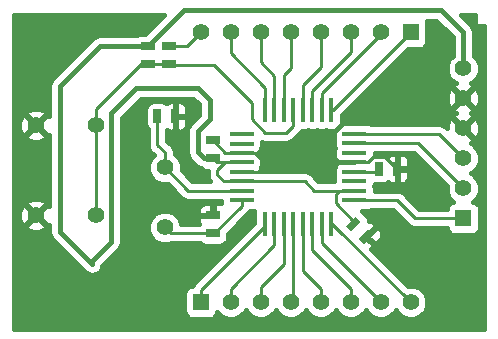
<source format=gtl>
G04 (created by PCBNEW (2013-07-07 BZR 4022)-stable) date 26/08/2014 20:14:04*
%MOIN*%
G04 Gerber Fmt 3.4, Leading zero omitted, Abs format*
%FSLAX34Y34*%
G01*
G70*
G90*
G04 APERTURE LIST*
%ADD10C,0.00590551*%
%ADD11R,0.0787X0.0177*%
%ADD12R,0.0177X0.0787*%
%ADD13R,0.045X0.025*%
%ADD14R,0.025X0.045*%
%ADD15R,0.055X0.055*%
%ADD16C,0.055*%
%ADD17C,0.056*%
%ADD18C,0.01*%
%ADD19C,0.015748*%
G04 APERTURE END LIST*
G54D10*
G54D11*
X24854Y-20193D03*
X24854Y-19878D03*
X24854Y-19563D03*
X24854Y-19248D03*
X24854Y-18933D03*
X24854Y-18618D03*
X24854Y-18303D03*
X24854Y-17988D03*
X28620Y-17990D03*
X28620Y-20200D03*
X28620Y-19880D03*
X28620Y-19560D03*
X28620Y-19250D03*
X28620Y-18930D03*
X28620Y-18620D03*
X28620Y-18300D03*
G54D12*
X25638Y-17200D03*
X25952Y-17200D03*
X26268Y-17200D03*
X26582Y-17200D03*
X26898Y-17200D03*
X27212Y-17200D03*
X27528Y-17200D03*
X27842Y-17200D03*
X25640Y-20980D03*
X25950Y-20980D03*
X26270Y-20980D03*
X26580Y-20980D03*
X26890Y-20980D03*
X27210Y-20980D03*
X27530Y-20980D03*
X27850Y-20980D03*
G54D10*
G36*
X28340Y-21058D02*
X28658Y-20740D01*
X28835Y-20917D01*
X28517Y-21235D01*
X28340Y-21058D01*
X28340Y-21058D01*
G37*
G36*
X28764Y-21482D02*
X29082Y-21164D01*
X29259Y-21341D01*
X28941Y-21659D01*
X28764Y-21482D01*
X28764Y-21482D01*
G37*
G54D13*
X23900Y-18800D03*
X23900Y-18200D03*
X23900Y-21300D03*
X23900Y-20700D03*
G54D14*
X22050Y-17400D03*
X22650Y-17400D03*
G54D15*
X32250Y-20800D03*
G54D16*
X32250Y-19800D03*
X32250Y-18800D03*
X32250Y-17800D03*
X32250Y-16800D03*
X32250Y-15800D03*
G54D17*
X22300Y-19100D03*
X22300Y-21100D03*
G54D14*
X30050Y-19150D03*
X29450Y-19150D03*
G54D15*
X23500Y-23600D03*
G54D16*
X24500Y-23600D03*
X25500Y-23600D03*
X26500Y-23600D03*
X27500Y-23600D03*
X28500Y-23600D03*
X29500Y-23600D03*
X30500Y-23600D03*
G54D15*
X30500Y-14600D03*
G54D16*
X29500Y-14600D03*
X28500Y-14600D03*
X27500Y-14600D03*
X26500Y-14600D03*
X25500Y-14600D03*
X24500Y-14600D03*
X23500Y-14600D03*
G54D13*
X22450Y-15050D03*
X22450Y-15650D03*
X21750Y-15050D03*
X21750Y-15650D03*
G54D16*
X18000Y-17700D03*
X20000Y-17700D03*
X18000Y-20700D03*
X20000Y-20700D03*
G54D18*
X28620Y-18300D02*
X30750Y-18300D01*
X30750Y-18300D02*
X32250Y-19800D01*
X28620Y-17990D02*
X31440Y-17990D01*
X31440Y-17990D02*
X32250Y-18800D01*
X27842Y-17200D02*
X27900Y-17200D01*
X27900Y-17200D02*
X30500Y-14600D01*
X27528Y-17200D02*
X27528Y-16628D01*
X29500Y-14656D02*
X29500Y-14600D01*
X27528Y-16628D02*
X29500Y-14656D01*
X27212Y-17200D02*
X27212Y-16538D01*
X28500Y-15250D02*
X28500Y-14600D01*
X27212Y-16538D02*
X28500Y-15250D01*
X26898Y-17200D02*
X26898Y-16352D01*
X27500Y-15750D02*
X27500Y-14600D01*
X26898Y-16352D02*
X27500Y-15750D01*
X27210Y-20980D02*
X27210Y-21860D01*
X28500Y-23150D02*
X28500Y-23600D01*
X27210Y-21860D02*
X28500Y-23150D01*
X25638Y-17200D02*
X25638Y-16438D01*
X24500Y-15300D02*
X24500Y-14600D01*
X25638Y-16438D02*
X24500Y-15300D01*
X25640Y-20980D02*
X25640Y-21060D01*
X23500Y-23200D02*
X23500Y-23600D01*
X25640Y-21060D02*
X23500Y-23200D01*
X25950Y-20980D02*
X25950Y-21700D01*
X24500Y-23150D02*
X24500Y-23600D01*
X25950Y-21700D02*
X24500Y-23150D01*
X26270Y-20980D02*
X26270Y-22330D01*
X25500Y-23100D02*
X25500Y-23600D01*
X26270Y-22330D02*
X25500Y-23100D01*
X26580Y-20980D02*
X26580Y-23520D01*
X26580Y-23520D02*
X26500Y-23600D01*
X26890Y-20980D02*
X26890Y-22540D01*
X27500Y-23150D02*
X27500Y-23600D01*
X26890Y-22540D02*
X27500Y-23150D01*
X22450Y-15050D02*
X23050Y-15050D01*
X23050Y-15050D02*
X23500Y-14600D01*
X27850Y-20980D02*
X27880Y-20980D01*
X27880Y-20980D02*
X30500Y-23600D01*
X27530Y-20980D02*
X27530Y-21630D01*
X27530Y-21630D02*
X29500Y-23600D01*
X26268Y-17200D02*
X26268Y-16032D01*
X26500Y-15800D02*
X26500Y-14600D01*
X26268Y-16032D02*
X26500Y-15800D01*
X21750Y-15650D02*
X21500Y-15650D01*
X20000Y-17150D02*
X20000Y-17700D01*
X21500Y-15650D02*
X20000Y-17150D01*
X23950Y-15700D02*
X22500Y-15700D01*
X26582Y-17200D02*
X26582Y-17718D01*
X25200Y-16950D02*
X23950Y-15700D01*
X25200Y-17500D02*
X25200Y-16950D01*
X25650Y-17950D02*
X25200Y-17500D01*
X26350Y-17950D02*
X25650Y-17950D01*
X26582Y-17718D02*
X26350Y-17950D01*
X22500Y-15700D02*
X22450Y-15650D01*
X21750Y-15650D02*
X22450Y-15650D01*
X21800Y-15700D02*
X21750Y-15650D01*
X20000Y-20700D02*
X20000Y-17700D01*
X28620Y-20200D02*
X30050Y-20200D01*
X30650Y-20800D02*
X32250Y-20800D01*
X30050Y-20200D02*
X30650Y-20800D01*
X25504Y-14604D02*
X25500Y-14600D01*
X25952Y-17200D02*
X25952Y-16048D01*
X25952Y-16048D02*
X25504Y-15600D01*
X25504Y-15600D02*
X25504Y-14604D01*
G54D19*
X28620Y-18930D02*
X28080Y-18930D01*
X31800Y-17350D02*
X32250Y-17800D01*
X28500Y-17350D02*
X31800Y-17350D01*
X27900Y-17950D02*
X28500Y-17350D01*
X27900Y-18750D02*
X27900Y-17950D01*
X28080Y-18930D02*
X27900Y-18750D01*
G54D18*
X24854Y-18618D02*
X24318Y-18618D01*
X24318Y-18618D02*
X23900Y-18200D01*
X28620Y-18930D02*
X25680Y-18930D01*
X25368Y-18618D02*
X24854Y-18618D01*
X25680Y-18930D02*
X25368Y-18618D01*
X24854Y-19248D02*
X25448Y-19248D01*
X25448Y-19248D02*
X25550Y-19146D01*
X25550Y-19146D02*
X25550Y-18850D01*
X25550Y-18850D02*
X25318Y-18618D01*
X25318Y-18618D02*
X24854Y-18618D01*
X28620Y-18930D02*
X29070Y-18930D01*
X29650Y-18750D02*
X30050Y-19150D01*
X29250Y-18750D02*
X29650Y-18750D01*
X29070Y-18930D02*
X29250Y-18750D01*
X28620Y-19250D02*
X29350Y-19250D01*
X29350Y-19250D02*
X29450Y-19150D01*
X22300Y-19100D02*
X22300Y-18600D01*
X22050Y-18350D02*
X22050Y-17400D01*
X22300Y-18600D02*
X22050Y-18350D01*
X24854Y-19878D02*
X23078Y-19878D01*
X23078Y-19878D02*
X22300Y-19100D01*
X23900Y-21300D02*
X22500Y-21300D01*
X22500Y-21300D02*
X22300Y-21100D01*
X24854Y-20193D02*
X24854Y-20396D01*
X23950Y-21300D02*
X23900Y-21300D01*
X24854Y-20396D02*
X23950Y-21300D01*
G54D19*
X32250Y-15800D02*
X32250Y-14600D01*
X22950Y-13850D02*
X21750Y-15050D01*
X31500Y-13850D02*
X22950Y-13850D01*
X32250Y-14600D02*
X31500Y-13850D01*
X19875Y-22325D02*
X19875Y-22225D01*
X20150Y-15050D02*
X20100Y-15100D01*
X18800Y-16400D02*
X20100Y-15100D01*
X18800Y-21250D02*
X18800Y-16400D01*
X19875Y-22325D02*
X18800Y-21250D01*
X21750Y-15050D02*
X20150Y-15050D01*
X19875Y-22225D02*
X20500Y-21600D01*
X20500Y-21600D02*
X20500Y-17300D01*
X20500Y-17300D02*
X21350Y-16450D01*
X21350Y-16450D02*
X23400Y-16450D01*
X23400Y-16450D02*
X23800Y-16850D01*
X23800Y-16850D02*
X23800Y-17500D01*
X23800Y-17500D02*
X23400Y-17900D01*
X23400Y-17900D02*
X23400Y-18600D01*
X23400Y-18600D02*
X23600Y-18800D01*
X23600Y-18800D02*
X23900Y-18800D01*
G54D18*
X24854Y-18933D02*
X24033Y-18933D01*
X24033Y-18933D02*
X23900Y-18800D01*
X24854Y-19563D02*
X24263Y-19563D01*
X24263Y-19563D02*
X24050Y-19350D01*
X24050Y-19350D02*
X24050Y-19200D01*
X24317Y-18933D02*
X24854Y-18933D01*
X24050Y-19200D02*
X24317Y-18933D01*
X28620Y-19880D02*
X27280Y-19880D01*
X26963Y-19563D02*
X24854Y-19563D01*
X27280Y-19880D02*
X26963Y-19563D01*
X28587Y-20987D02*
X28587Y-20887D01*
X28120Y-19880D02*
X28620Y-19880D01*
X28000Y-20000D02*
X28120Y-19880D01*
X28000Y-20300D02*
X28000Y-20000D01*
X28587Y-20887D02*
X28000Y-20300D01*
G54D10*
G36*
X23929Y-18221D02*
X23921Y-18221D01*
X23921Y-18229D01*
X23878Y-18229D01*
X23878Y-18221D01*
X23870Y-18221D01*
X23870Y-18178D01*
X23878Y-18178D01*
X23878Y-18170D01*
X23921Y-18170D01*
X23921Y-18178D01*
X23929Y-18178D01*
X23929Y-18221D01*
X23929Y-18221D01*
G37*
G54D19*
X23929Y-18221D02*
X23921Y-18221D01*
X23921Y-18229D01*
X23878Y-18229D01*
X23878Y-18221D01*
X23870Y-18221D01*
X23870Y-18178D01*
X23878Y-18178D01*
X23878Y-18170D01*
X23921Y-18170D01*
X23921Y-18178D01*
X23929Y-18178D01*
X23929Y-18221D01*
G54D10*
G36*
X28058Y-18935D02*
X28042Y-18951D01*
X28017Y-18951D01*
X27947Y-19020D01*
X27947Y-19074D01*
X27954Y-19090D01*
X27947Y-19105D01*
X27947Y-19216D01*
X27947Y-19393D01*
X27952Y-19404D01*
X27947Y-19415D01*
X27947Y-19526D01*
X27947Y-19551D01*
X27416Y-19551D01*
X27195Y-19330D01*
X27088Y-19259D01*
X26963Y-19234D01*
X25526Y-19234D01*
X25526Y-19226D01*
X25456Y-19226D01*
X25526Y-19157D01*
X25526Y-19103D01*
X25520Y-19090D01*
X25526Y-19077D01*
X25526Y-18966D01*
X25526Y-18789D01*
X25520Y-18775D01*
X25526Y-18762D01*
X25526Y-18708D01*
X25456Y-18639D01*
X25436Y-18639D01*
X25415Y-18617D01*
X25436Y-18596D01*
X25456Y-18596D01*
X25526Y-18527D01*
X25526Y-18473D01*
X25520Y-18460D01*
X25526Y-18447D01*
X25526Y-18336D01*
X25526Y-18254D01*
X25650Y-18278D01*
X26350Y-18278D01*
X26475Y-18253D01*
X26475Y-18253D01*
X26582Y-18182D01*
X26814Y-17950D01*
X26814Y-17950D01*
X26866Y-17872D01*
X27041Y-17872D01*
X27054Y-17866D01*
X27067Y-17872D01*
X27178Y-17872D01*
X27355Y-17872D01*
X27369Y-17866D01*
X27383Y-17872D01*
X27494Y-17872D01*
X27671Y-17872D01*
X27684Y-17866D01*
X27697Y-17872D01*
X27808Y-17872D01*
X27947Y-17872D01*
X27947Y-17956D01*
X27947Y-18133D01*
X27952Y-18144D01*
X27947Y-18155D01*
X27947Y-18266D01*
X27947Y-18443D01*
X27954Y-18459D01*
X27947Y-18475D01*
X27947Y-18586D01*
X27947Y-18763D01*
X27952Y-18774D01*
X27947Y-18785D01*
X27947Y-18839D01*
X28017Y-18908D01*
X28032Y-18908D01*
X28058Y-18935D01*
X28058Y-18935D01*
G37*
G54D19*
X28058Y-18935D02*
X28042Y-18951D01*
X28017Y-18951D01*
X27947Y-19020D01*
X27947Y-19074D01*
X27954Y-19090D01*
X27947Y-19105D01*
X27947Y-19216D01*
X27947Y-19393D01*
X27952Y-19404D01*
X27947Y-19415D01*
X27947Y-19526D01*
X27947Y-19551D01*
X27416Y-19551D01*
X27195Y-19330D01*
X27088Y-19259D01*
X26963Y-19234D01*
X25526Y-19234D01*
X25526Y-19226D01*
X25456Y-19226D01*
X25526Y-19157D01*
X25526Y-19103D01*
X25520Y-19090D01*
X25526Y-19077D01*
X25526Y-18966D01*
X25526Y-18789D01*
X25520Y-18775D01*
X25526Y-18762D01*
X25526Y-18708D01*
X25456Y-18639D01*
X25436Y-18639D01*
X25415Y-18617D01*
X25436Y-18596D01*
X25456Y-18596D01*
X25526Y-18527D01*
X25526Y-18473D01*
X25520Y-18460D01*
X25526Y-18447D01*
X25526Y-18336D01*
X25526Y-18254D01*
X25650Y-18278D01*
X26350Y-18278D01*
X26475Y-18253D01*
X26475Y-18253D01*
X26582Y-18182D01*
X26814Y-17950D01*
X26814Y-17950D01*
X26866Y-17872D01*
X27041Y-17872D01*
X27054Y-17866D01*
X27067Y-17872D01*
X27178Y-17872D01*
X27355Y-17872D01*
X27369Y-17866D01*
X27383Y-17872D01*
X27494Y-17872D01*
X27671Y-17872D01*
X27684Y-17866D01*
X27697Y-17872D01*
X27808Y-17872D01*
X27947Y-17872D01*
X27947Y-17956D01*
X27947Y-18133D01*
X27952Y-18144D01*
X27947Y-18155D01*
X27947Y-18266D01*
X27947Y-18443D01*
X27954Y-18459D01*
X27947Y-18475D01*
X27947Y-18586D01*
X27947Y-18763D01*
X27952Y-18774D01*
X27947Y-18785D01*
X27947Y-18839D01*
X28017Y-18908D01*
X28032Y-18908D01*
X28058Y-18935D01*
G54D10*
G36*
X31914Y-20248D02*
X31817Y-20288D01*
X31738Y-20366D01*
X31696Y-20469D01*
X31696Y-20471D01*
X30786Y-20471D01*
X30453Y-20138D01*
X30453Y-19319D01*
X30453Y-18980D01*
X30453Y-18869D01*
X30411Y-18766D01*
X30332Y-18688D01*
X30230Y-18646D01*
X30140Y-18646D01*
X30071Y-18715D01*
X30071Y-19128D01*
X30384Y-19128D01*
X30453Y-19059D01*
X30453Y-18980D01*
X30453Y-19319D01*
X30453Y-19240D01*
X30384Y-19171D01*
X30071Y-19171D01*
X30071Y-19584D01*
X30140Y-19653D01*
X30230Y-19653D01*
X30332Y-19611D01*
X30411Y-19533D01*
X30453Y-19430D01*
X30453Y-19319D01*
X30453Y-20138D01*
X30282Y-19967D01*
X30175Y-19896D01*
X30050Y-19871D01*
X29292Y-19871D01*
X29292Y-19736D01*
X29285Y-19720D01*
X29292Y-19704D01*
X29292Y-19653D01*
X29380Y-19653D01*
X29630Y-19653D01*
X29732Y-19611D01*
X29750Y-19594D01*
X29767Y-19611D01*
X29869Y-19653D01*
X29959Y-19653D01*
X30028Y-19584D01*
X30028Y-19171D01*
X30020Y-19171D01*
X30020Y-19128D01*
X30028Y-19128D01*
X30028Y-18715D01*
X29959Y-18646D01*
X29869Y-18646D01*
X29767Y-18688D01*
X29750Y-18705D01*
X29733Y-18688D01*
X29630Y-18646D01*
X29519Y-18646D01*
X29292Y-18646D01*
X29292Y-18628D01*
X30613Y-18628D01*
X31696Y-19711D01*
X31696Y-19909D01*
X31780Y-20113D01*
X31914Y-20248D01*
X31914Y-20248D01*
G37*
G54D19*
X31914Y-20248D02*
X31817Y-20288D01*
X31738Y-20366D01*
X31696Y-20469D01*
X31696Y-20471D01*
X30786Y-20471D01*
X30453Y-20138D01*
X30453Y-19319D01*
X30453Y-18980D01*
X30453Y-18869D01*
X30411Y-18766D01*
X30332Y-18688D01*
X30230Y-18646D01*
X30140Y-18646D01*
X30071Y-18715D01*
X30071Y-19128D01*
X30384Y-19128D01*
X30453Y-19059D01*
X30453Y-18980D01*
X30453Y-19319D01*
X30453Y-19240D01*
X30384Y-19171D01*
X30071Y-19171D01*
X30071Y-19584D01*
X30140Y-19653D01*
X30230Y-19653D01*
X30332Y-19611D01*
X30411Y-19533D01*
X30453Y-19430D01*
X30453Y-19319D01*
X30453Y-20138D01*
X30282Y-19967D01*
X30175Y-19896D01*
X30050Y-19871D01*
X29292Y-19871D01*
X29292Y-19736D01*
X29285Y-19720D01*
X29292Y-19704D01*
X29292Y-19653D01*
X29380Y-19653D01*
X29630Y-19653D01*
X29732Y-19611D01*
X29750Y-19594D01*
X29767Y-19611D01*
X29869Y-19653D01*
X29959Y-19653D01*
X30028Y-19584D01*
X30028Y-19171D01*
X30020Y-19171D01*
X30020Y-19128D01*
X30028Y-19128D01*
X30028Y-18715D01*
X29959Y-18646D01*
X29869Y-18646D01*
X29767Y-18688D01*
X29750Y-18705D01*
X29733Y-18688D01*
X29630Y-18646D01*
X29519Y-18646D01*
X29292Y-18646D01*
X29292Y-18628D01*
X30613Y-18628D01*
X31696Y-19711D01*
X31696Y-19909D01*
X31780Y-20113D01*
X31914Y-20248D01*
G54D10*
G36*
X32921Y-24471D02*
X32803Y-24471D01*
X32803Y-17690D01*
X32803Y-16690D01*
X32719Y-16487D01*
X32718Y-16485D01*
X32614Y-16465D01*
X32280Y-16800D01*
X32614Y-17134D01*
X32718Y-17114D01*
X32803Y-16911D01*
X32803Y-16690D01*
X32803Y-17690D01*
X32719Y-17487D01*
X32718Y-17485D01*
X32614Y-17465D01*
X32584Y-17495D01*
X32584Y-17435D01*
X32564Y-17331D01*
X32489Y-17300D01*
X32562Y-17269D01*
X32564Y-17268D01*
X32584Y-17164D01*
X32250Y-16830D01*
X32219Y-16860D01*
X32219Y-16800D01*
X31885Y-16465D01*
X31781Y-16485D01*
X31696Y-16688D01*
X31696Y-16909D01*
X31780Y-17112D01*
X31781Y-17114D01*
X31885Y-17134D01*
X32219Y-16800D01*
X32219Y-16860D01*
X31915Y-17164D01*
X31935Y-17268D01*
X32010Y-17299D01*
X31937Y-17330D01*
X31935Y-17331D01*
X31915Y-17435D01*
X32250Y-17769D01*
X32584Y-17435D01*
X32584Y-17495D01*
X32280Y-17800D01*
X32614Y-18134D01*
X32718Y-18114D01*
X32803Y-17911D01*
X32803Y-17690D01*
X32803Y-24471D01*
X18334Y-24471D01*
X18334Y-21064D01*
X18000Y-20730D01*
X17969Y-20760D01*
X17969Y-20700D01*
X17635Y-20365D01*
X17531Y-20385D01*
X17446Y-20588D01*
X17446Y-20809D01*
X17530Y-21012D01*
X17531Y-21014D01*
X17635Y-21034D01*
X17969Y-20700D01*
X17969Y-20760D01*
X17665Y-21064D01*
X17685Y-21168D01*
X17888Y-21253D01*
X18109Y-21253D01*
X18312Y-21169D01*
X18314Y-21168D01*
X18334Y-21064D01*
X18334Y-24471D01*
X17278Y-24471D01*
X17278Y-14028D01*
X22265Y-14028D01*
X21648Y-14646D01*
X21469Y-14646D01*
X21367Y-14688D01*
X21363Y-14692D01*
X20150Y-14692D01*
X20013Y-14719D01*
X19897Y-14797D01*
X19847Y-14847D01*
X18547Y-16147D01*
X18469Y-16263D01*
X18442Y-16400D01*
X18442Y-17380D01*
X18364Y-17365D01*
X18334Y-17395D01*
X18334Y-17335D01*
X18314Y-17231D01*
X18111Y-17146D01*
X17890Y-17146D01*
X17687Y-17230D01*
X17685Y-17231D01*
X17665Y-17335D01*
X18000Y-17669D01*
X18334Y-17335D01*
X18334Y-17395D01*
X18030Y-17700D01*
X18364Y-18034D01*
X18442Y-18019D01*
X18442Y-20380D01*
X18364Y-20365D01*
X18334Y-20395D01*
X18334Y-20335D01*
X18334Y-18064D01*
X18000Y-17730D01*
X17969Y-17760D01*
X17969Y-17700D01*
X17635Y-17365D01*
X17531Y-17385D01*
X17446Y-17588D01*
X17446Y-17809D01*
X17530Y-18012D01*
X17531Y-18014D01*
X17635Y-18034D01*
X17969Y-17700D01*
X17969Y-17760D01*
X17665Y-18064D01*
X17685Y-18168D01*
X17888Y-18253D01*
X18109Y-18253D01*
X18312Y-18169D01*
X18314Y-18168D01*
X18334Y-18064D01*
X18334Y-20335D01*
X18314Y-20231D01*
X18111Y-20146D01*
X17890Y-20146D01*
X17687Y-20230D01*
X17685Y-20231D01*
X17665Y-20335D01*
X18000Y-20669D01*
X18334Y-20335D01*
X18334Y-20395D01*
X18030Y-20700D01*
X18364Y-21034D01*
X18442Y-21019D01*
X18442Y-21250D01*
X18469Y-21386D01*
X18547Y-21502D01*
X19622Y-22577D01*
X19738Y-22655D01*
X19875Y-22682D01*
X20011Y-22655D01*
X20011Y-22655D01*
X20127Y-22577D01*
X20205Y-22461D01*
X20205Y-22461D01*
X20220Y-22385D01*
X20752Y-21852D01*
X20830Y-21736D01*
X20857Y-21600D01*
X20857Y-17448D01*
X21498Y-16807D01*
X23251Y-16807D01*
X23442Y-16998D01*
X23442Y-17351D01*
X23147Y-17647D01*
X23069Y-17763D01*
X23053Y-17843D01*
X23053Y-17569D01*
X23053Y-17230D01*
X23053Y-17119D01*
X23011Y-17016D01*
X22932Y-16938D01*
X22830Y-16896D01*
X22740Y-16896D01*
X22671Y-16965D01*
X22671Y-17378D01*
X22984Y-17378D01*
X23053Y-17309D01*
X23053Y-17230D01*
X23053Y-17569D01*
X23053Y-17490D01*
X22984Y-17421D01*
X22671Y-17421D01*
X22671Y-17834D01*
X22740Y-17903D01*
X22830Y-17903D01*
X22932Y-17861D01*
X23011Y-17783D01*
X23053Y-17680D01*
X23053Y-17569D01*
X23053Y-17843D01*
X23042Y-17900D01*
X23042Y-18600D01*
X23069Y-18736D01*
X23147Y-18852D01*
X23347Y-19052D01*
X23463Y-19130D01*
X23491Y-19135D01*
X23516Y-19161D01*
X23619Y-19203D01*
X23721Y-19203D01*
X23721Y-19350D01*
X23746Y-19475D01*
X23795Y-19549D01*
X23214Y-19549D01*
X22858Y-19193D01*
X22858Y-18989D01*
X22773Y-18783D01*
X22628Y-18638D01*
X22628Y-18600D01*
X22603Y-18474D01*
X22532Y-18367D01*
X22532Y-18367D01*
X22378Y-18213D01*
X22378Y-17866D01*
X22469Y-17903D01*
X22559Y-17903D01*
X22628Y-17834D01*
X22628Y-17421D01*
X22620Y-17421D01*
X22620Y-17378D01*
X22628Y-17378D01*
X22628Y-16965D01*
X22559Y-16896D01*
X22469Y-16896D01*
X22367Y-16938D01*
X22350Y-16955D01*
X22333Y-16938D01*
X22230Y-16896D01*
X22119Y-16896D01*
X21869Y-16896D01*
X21767Y-16938D01*
X21688Y-17016D01*
X21646Y-17119D01*
X21646Y-17230D01*
X21646Y-17680D01*
X21688Y-17782D01*
X21721Y-17815D01*
X21721Y-18350D01*
X21746Y-18475D01*
X21817Y-18582D01*
X21922Y-18687D01*
X21826Y-18783D01*
X21741Y-18988D01*
X21741Y-19210D01*
X21826Y-19416D01*
X21983Y-19573D01*
X22188Y-19658D01*
X22393Y-19658D01*
X22845Y-20110D01*
X22845Y-20110D01*
X22952Y-20181D01*
X23078Y-20206D01*
X24181Y-20206D01*
X24181Y-20296D01*
X24180Y-20296D01*
X24069Y-20296D01*
X23990Y-20296D01*
X23921Y-20365D01*
X23921Y-20678D01*
X23929Y-20678D01*
X23929Y-20721D01*
X23921Y-20721D01*
X23921Y-20729D01*
X23878Y-20729D01*
X23878Y-20721D01*
X23878Y-20678D01*
X23878Y-20365D01*
X23809Y-20296D01*
X23730Y-20296D01*
X23619Y-20296D01*
X23516Y-20338D01*
X23438Y-20417D01*
X23396Y-20519D01*
X23396Y-20609D01*
X23465Y-20678D01*
X23878Y-20678D01*
X23878Y-20721D01*
X23465Y-20721D01*
X23396Y-20790D01*
X23396Y-20880D01*
X23433Y-20971D01*
X22851Y-20971D01*
X22773Y-20783D01*
X22616Y-20626D01*
X22411Y-20541D01*
X22189Y-20541D01*
X21983Y-20626D01*
X21826Y-20783D01*
X21741Y-20988D01*
X21741Y-21210D01*
X21826Y-21416D01*
X21983Y-21573D01*
X22188Y-21658D01*
X22410Y-21658D01*
X22488Y-21626D01*
X22488Y-21626D01*
X22500Y-21628D01*
X23484Y-21628D01*
X23516Y-21661D01*
X23619Y-21703D01*
X23730Y-21703D01*
X24180Y-21703D01*
X24282Y-21661D01*
X24361Y-21583D01*
X24403Y-21480D01*
X24403Y-21369D01*
X24403Y-21311D01*
X25086Y-20628D01*
X25086Y-20628D01*
X25132Y-20560D01*
X25132Y-20560D01*
X25272Y-20560D01*
X25272Y-20641D01*
X25272Y-20962D01*
X23267Y-22967D01*
X23214Y-23046D01*
X23169Y-23046D01*
X23067Y-23088D01*
X22988Y-23166D01*
X22946Y-23269D01*
X22946Y-23380D01*
X22946Y-23930D01*
X22988Y-24032D01*
X23066Y-24111D01*
X23169Y-24153D01*
X23280Y-24153D01*
X23830Y-24153D01*
X23932Y-24111D01*
X24011Y-24033D01*
X24051Y-23934D01*
X24185Y-24069D01*
X24389Y-24153D01*
X24609Y-24153D01*
X24813Y-24069D01*
X24969Y-23914D01*
X24999Y-23839D01*
X25030Y-23913D01*
X25185Y-24069D01*
X25389Y-24153D01*
X25609Y-24153D01*
X25813Y-24069D01*
X25969Y-23914D01*
X25999Y-23839D01*
X26030Y-23913D01*
X26185Y-24069D01*
X26389Y-24153D01*
X26609Y-24153D01*
X26813Y-24069D01*
X26969Y-23914D01*
X26999Y-23839D01*
X27030Y-23913D01*
X27185Y-24069D01*
X27389Y-24153D01*
X27609Y-24153D01*
X27813Y-24069D01*
X27969Y-23914D01*
X27999Y-23839D01*
X28030Y-23913D01*
X28185Y-24069D01*
X28389Y-24153D01*
X28609Y-24153D01*
X28813Y-24069D01*
X28969Y-23914D01*
X28999Y-23839D01*
X29030Y-23913D01*
X29185Y-24069D01*
X29389Y-24153D01*
X29609Y-24153D01*
X29813Y-24069D01*
X29969Y-23914D01*
X29999Y-23839D01*
X30030Y-23913D01*
X30185Y-24069D01*
X30389Y-24153D01*
X30609Y-24153D01*
X30813Y-24069D01*
X30969Y-23914D01*
X31053Y-23710D01*
X31053Y-23490D01*
X30969Y-23286D01*
X30814Y-23130D01*
X30610Y-23046D01*
X30411Y-23046D01*
X29538Y-22173D01*
X29538Y-21396D01*
X29538Y-21285D01*
X29495Y-21183D01*
X29432Y-21120D01*
X29334Y-21120D01*
X29042Y-21412D01*
X29263Y-21633D01*
X29361Y-21633D01*
X29417Y-21577D01*
X29496Y-21499D01*
X29538Y-21396D01*
X29538Y-22173D01*
X29180Y-21815D01*
X29233Y-21761D01*
X29233Y-21663D01*
X29012Y-21442D01*
X29006Y-21447D01*
X28976Y-21417D01*
X28982Y-21412D01*
X28976Y-21406D01*
X29006Y-21376D01*
X29012Y-21382D01*
X29304Y-21090D01*
X29304Y-20991D01*
X29240Y-20928D01*
X29138Y-20885D01*
X29114Y-20885D01*
X29114Y-20861D01*
X29071Y-20759D01*
X28993Y-20680D01*
X28879Y-20567D01*
X29068Y-20567D01*
X29161Y-20528D01*
X29913Y-20528D01*
X30417Y-21032D01*
X30524Y-21103D01*
X30524Y-21103D01*
X30650Y-21128D01*
X31696Y-21128D01*
X31696Y-21130D01*
X31738Y-21232D01*
X31816Y-21311D01*
X31919Y-21353D01*
X32030Y-21353D01*
X32580Y-21353D01*
X32682Y-21311D01*
X32761Y-21233D01*
X32803Y-21130D01*
X32803Y-21019D01*
X32803Y-20469D01*
X32761Y-20367D01*
X32683Y-20288D01*
X32584Y-20248D01*
X32719Y-20114D01*
X32803Y-19910D01*
X32803Y-19690D01*
X32719Y-19486D01*
X32564Y-19330D01*
X32489Y-19300D01*
X32563Y-19269D01*
X32719Y-19114D01*
X32803Y-18910D01*
X32803Y-18690D01*
X32719Y-18486D01*
X32564Y-18330D01*
X32489Y-18300D01*
X32562Y-18269D01*
X32564Y-18268D01*
X32584Y-18164D01*
X32250Y-17830D01*
X32244Y-17835D01*
X32214Y-17805D01*
X32219Y-17800D01*
X31885Y-17465D01*
X31781Y-17485D01*
X31696Y-17688D01*
X31696Y-17781D01*
X31672Y-17757D01*
X31565Y-17686D01*
X31440Y-17661D01*
X29161Y-17661D01*
X29069Y-17622D01*
X28958Y-17622D01*
X28209Y-17622D01*
X28209Y-17538D01*
X28209Y-17355D01*
X30411Y-15153D01*
X30830Y-15153D01*
X30932Y-15111D01*
X31011Y-15033D01*
X31053Y-14930D01*
X31053Y-14819D01*
X31053Y-14269D01*
X31028Y-14207D01*
X31351Y-14207D01*
X31892Y-14748D01*
X31892Y-15374D01*
X31780Y-15485D01*
X31696Y-15689D01*
X31696Y-15909D01*
X31780Y-16113D01*
X31935Y-16269D01*
X32010Y-16299D01*
X31937Y-16330D01*
X31935Y-16331D01*
X31915Y-16435D01*
X32250Y-16769D01*
X32584Y-16435D01*
X32564Y-16331D01*
X32489Y-16300D01*
X32563Y-16269D01*
X32719Y-16114D01*
X32803Y-15910D01*
X32803Y-15690D01*
X32719Y-15486D01*
X32607Y-15374D01*
X32607Y-14600D01*
X32607Y-14599D01*
X32580Y-14463D01*
X32502Y-14347D01*
X32502Y-14347D01*
X32184Y-14028D01*
X32621Y-14028D01*
X32621Y-14378D01*
X32921Y-14378D01*
X32921Y-24471D01*
X32921Y-24471D01*
G37*
G54D19*
X32921Y-24471D02*
X32803Y-24471D01*
X32803Y-17690D01*
X32803Y-16690D01*
X32719Y-16487D01*
X32718Y-16485D01*
X32614Y-16465D01*
X32280Y-16800D01*
X32614Y-17134D01*
X32718Y-17114D01*
X32803Y-16911D01*
X32803Y-16690D01*
X32803Y-17690D01*
X32719Y-17487D01*
X32718Y-17485D01*
X32614Y-17465D01*
X32584Y-17495D01*
X32584Y-17435D01*
X32564Y-17331D01*
X32489Y-17300D01*
X32562Y-17269D01*
X32564Y-17268D01*
X32584Y-17164D01*
X32250Y-16830D01*
X32219Y-16860D01*
X32219Y-16800D01*
X31885Y-16465D01*
X31781Y-16485D01*
X31696Y-16688D01*
X31696Y-16909D01*
X31780Y-17112D01*
X31781Y-17114D01*
X31885Y-17134D01*
X32219Y-16800D01*
X32219Y-16860D01*
X31915Y-17164D01*
X31935Y-17268D01*
X32010Y-17299D01*
X31937Y-17330D01*
X31935Y-17331D01*
X31915Y-17435D01*
X32250Y-17769D01*
X32584Y-17435D01*
X32584Y-17495D01*
X32280Y-17800D01*
X32614Y-18134D01*
X32718Y-18114D01*
X32803Y-17911D01*
X32803Y-17690D01*
X32803Y-24471D01*
X18334Y-24471D01*
X18334Y-21064D01*
X18000Y-20730D01*
X17969Y-20760D01*
X17969Y-20700D01*
X17635Y-20365D01*
X17531Y-20385D01*
X17446Y-20588D01*
X17446Y-20809D01*
X17530Y-21012D01*
X17531Y-21014D01*
X17635Y-21034D01*
X17969Y-20700D01*
X17969Y-20760D01*
X17665Y-21064D01*
X17685Y-21168D01*
X17888Y-21253D01*
X18109Y-21253D01*
X18312Y-21169D01*
X18314Y-21168D01*
X18334Y-21064D01*
X18334Y-24471D01*
X17278Y-24471D01*
X17278Y-14028D01*
X22265Y-14028D01*
X21648Y-14646D01*
X21469Y-14646D01*
X21367Y-14688D01*
X21363Y-14692D01*
X20150Y-14692D01*
X20013Y-14719D01*
X19897Y-14797D01*
X19847Y-14847D01*
X18547Y-16147D01*
X18469Y-16263D01*
X18442Y-16400D01*
X18442Y-17380D01*
X18364Y-17365D01*
X18334Y-17395D01*
X18334Y-17335D01*
X18314Y-17231D01*
X18111Y-17146D01*
X17890Y-17146D01*
X17687Y-17230D01*
X17685Y-17231D01*
X17665Y-17335D01*
X18000Y-17669D01*
X18334Y-17335D01*
X18334Y-17395D01*
X18030Y-17700D01*
X18364Y-18034D01*
X18442Y-18019D01*
X18442Y-20380D01*
X18364Y-20365D01*
X18334Y-20395D01*
X18334Y-20335D01*
X18334Y-18064D01*
X18000Y-17730D01*
X17969Y-17760D01*
X17969Y-17700D01*
X17635Y-17365D01*
X17531Y-17385D01*
X17446Y-17588D01*
X17446Y-17809D01*
X17530Y-18012D01*
X17531Y-18014D01*
X17635Y-18034D01*
X17969Y-17700D01*
X17969Y-17760D01*
X17665Y-18064D01*
X17685Y-18168D01*
X17888Y-18253D01*
X18109Y-18253D01*
X18312Y-18169D01*
X18314Y-18168D01*
X18334Y-18064D01*
X18334Y-20335D01*
X18314Y-20231D01*
X18111Y-20146D01*
X17890Y-20146D01*
X17687Y-20230D01*
X17685Y-20231D01*
X17665Y-20335D01*
X18000Y-20669D01*
X18334Y-20335D01*
X18334Y-20395D01*
X18030Y-20700D01*
X18364Y-21034D01*
X18442Y-21019D01*
X18442Y-21250D01*
X18469Y-21386D01*
X18547Y-21502D01*
X19622Y-22577D01*
X19738Y-22655D01*
X19875Y-22682D01*
X20011Y-22655D01*
X20011Y-22655D01*
X20127Y-22577D01*
X20205Y-22461D01*
X20205Y-22461D01*
X20220Y-22385D01*
X20752Y-21852D01*
X20830Y-21736D01*
X20857Y-21600D01*
X20857Y-17448D01*
X21498Y-16807D01*
X23251Y-16807D01*
X23442Y-16998D01*
X23442Y-17351D01*
X23147Y-17647D01*
X23069Y-17763D01*
X23053Y-17843D01*
X23053Y-17569D01*
X23053Y-17230D01*
X23053Y-17119D01*
X23011Y-17016D01*
X22932Y-16938D01*
X22830Y-16896D01*
X22740Y-16896D01*
X22671Y-16965D01*
X22671Y-17378D01*
X22984Y-17378D01*
X23053Y-17309D01*
X23053Y-17230D01*
X23053Y-17569D01*
X23053Y-17490D01*
X22984Y-17421D01*
X22671Y-17421D01*
X22671Y-17834D01*
X22740Y-17903D01*
X22830Y-17903D01*
X22932Y-17861D01*
X23011Y-17783D01*
X23053Y-17680D01*
X23053Y-17569D01*
X23053Y-17843D01*
X23042Y-17900D01*
X23042Y-18600D01*
X23069Y-18736D01*
X23147Y-18852D01*
X23347Y-19052D01*
X23463Y-19130D01*
X23491Y-19135D01*
X23516Y-19161D01*
X23619Y-19203D01*
X23721Y-19203D01*
X23721Y-19350D01*
X23746Y-19475D01*
X23795Y-19549D01*
X23214Y-19549D01*
X22858Y-19193D01*
X22858Y-18989D01*
X22773Y-18783D01*
X22628Y-18638D01*
X22628Y-18600D01*
X22603Y-18474D01*
X22532Y-18367D01*
X22532Y-18367D01*
X22378Y-18213D01*
X22378Y-17866D01*
X22469Y-17903D01*
X22559Y-17903D01*
X22628Y-17834D01*
X22628Y-17421D01*
X22620Y-17421D01*
X22620Y-17378D01*
X22628Y-17378D01*
X22628Y-16965D01*
X22559Y-16896D01*
X22469Y-16896D01*
X22367Y-16938D01*
X22350Y-16955D01*
X22333Y-16938D01*
X22230Y-16896D01*
X22119Y-16896D01*
X21869Y-16896D01*
X21767Y-16938D01*
X21688Y-17016D01*
X21646Y-17119D01*
X21646Y-17230D01*
X21646Y-17680D01*
X21688Y-17782D01*
X21721Y-17815D01*
X21721Y-18350D01*
X21746Y-18475D01*
X21817Y-18582D01*
X21922Y-18687D01*
X21826Y-18783D01*
X21741Y-18988D01*
X21741Y-19210D01*
X21826Y-19416D01*
X21983Y-19573D01*
X22188Y-19658D01*
X22393Y-19658D01*
X22845Y-20110D01*
X22845Y-20110D01*
X22952Y-20181D01*
X23078Y-20206D01*
X24181Y-20206D01*
X24181Y-20296D01*
X24180Y-20296D01*
X24069Y-20296D01*
X23990Y-20296D01*
X23921Y-20365D01*
X23921Y-20678D01*
X23929Y-20678D01*
X23929Y-20721D01*
X23921Y-20721D01*
X23921Y-20729D01*
X23878Y-20729D01*
X23878Y-20721D01*
X23878Y-20678D01*
X23878Y-20365D01*
X23809Y-20296D01*
X23730Y-20296D01*
X23619Y-20296D01*
X23516Y-20338D01*
X23438Y-20417D01*
X23396Y-20519D01*
X23396Y-20609D01*
X23465Y-20678D01*
X23878Y-20678D01*
X23878Y-20721D01*
X23465Y-20721D01*
X23396Y-20790D01*
X23396Y-20880D01*
X23433Y-20971D01*
X22851Y-20971D01*
X22773Y-20783D01*
X22616Y-20626D01*
X22411Y-20541D01*
X22189Y-20541D01*
X21983Y-20626D01*
X21826Y-20783D01*
X21741Y-20988D01*
X21741Y-21210D01*
X21826Y-21416D01*
X21983Y-21573D01*
X22188Y-21658D01*
X22410Y-21658D01*
X22488Y-21626D01*
X22488Y-21626D01*
X22500Y-21628D01*
X23484Y-21628D01*
X23516Y-21661D01*
X23619Y-21703D01*
X23730Y-21703D01*
X24180Y-21703D01*
X24282Y-21661D01*
X24361Y-21583D01*
X24403Y-21480D01*
X24403Y-21369D01*
X24403Y-21311D01*
X25086Y-20628D01*
X25086Y-20628D01*
X25132Y-20560D01*
X25132Y-20560D01*
X25272Y-20560D01*
X25272Y-20641D01*
X25272Y-20962D01*
X23267Y-22967D01*
X23214Y-23046D01*
X23169Y-23046D01*
X23067Y-23088D01*
X22988Y-23166D01*
X22946Y-23269D01*
X22946Y-23380D01*
X22946Y-23930D01*
X22988Y-24032D01*
X23066Y-24111D01*
X23169Y-24153D01*
X23280Y-24153D01*
X23830Y-24153D01*
X23932Y-24111D01*
X24011Y-24033D01*
X24051Y-23934D01*
X24185Y-24069D01*
X24389Y-24153D01*
X24609Y-24153D01*
X24813Y-24069D01*
X24969Y-23914D01*
X24999Y-23839D01*
X25030Y-23913D01*
X25185Y-24069D01*
X25389Y-24153D01*
X25609Y-24153D01*
X25813Y-24069D01*
X25969Y-23914D01*
X25999Y-23839D01*
X26030Y-23913D01*
X26185Y-24069D01*
X26389Y-24153D01*
X26609Y-24153D01*
X26813Y-24069D01*
X26969Y-23914D01*
X26999Y-23839D01*
X27030Y-23913D01*
X27185Y-24069D01*
X27389Y-24153D01*
X27609Y-24153D01*
X27813Y-24069D01*
X27969Y-23914D01*
X27999Y-23839D01*
X28030Y-23913D01*
X28185Y-24069D01*
X28389Y-24153D01*
X28609Y-24153D01*
X28813Y-24069D01*
X28969Y-23914D01*
X28999Y-23839D01*
X29030Y-23913D01*
X29185Y-24069D01*
X29389Y-24153D01*
X29609Y-24153D01*
X29813Y-24069D01*
X29969Y-23914D01*
X29999Y-23839D01*
X30030Y-23913D01*
X30185Y-24069D01*
X30389Y-24153D01*
X30609Y-24153D01*
X30813Y-24069D01*
X30969Y-23914D01*
X31053Y-23710D01*
X31053Y-23490D01*
X30969Y-23286D01*
X30814Y-23130D01*
X30610Y-23046D01*
X30411Y-23046D01*
X29538Y-22173D01*
X29538Y-21396D01*
X29538Y-21285D01*
X29495Y-21183D01*
X29432Y-21120D01*
X29334Y-21120D01*
X29042Y-21412D01*
X29263Y-21633D01*
X29361Y-21633D01*
X29417Y-21577D01*
X29496Y-21499D01*
X29538Y-21396D01*
X29538Y-22173D01*
X29180Y-21815D01*
X29233Y-21761D01*
X29233Y-21663D01*
X29012Y-21442D01*
X29006Y-21447D01*
X28976Y-21417D01*
X28982Y-21412D01*
X28976Y-21406D01*
X29006Y-21376D01*
X29012Y-21382D01*
X29304Y-21090D01*
X29304Y-20991D01*
X29240Y-20928D01*
X29138Y-20885D01*
X29114Y-20885D01*
X29114Y-20861D01*
X29071Y-20759D01*
X28993Y-20680D01*
X28879Y-20567D01*
X29068Y-20567D01*
X29161Y-20528D01*
X29913Y-20528D01*
X30417Y-21032D01*
X30524Y-21103D01*
X30524Y-21103D01*
X30650Y-21128D01*
X31696Y-21128D01*
X31696Y-21130D01*
X31738Y-21232D01*
X31816Y-21311D01*
X31919Y-21353D01*
X32030Y-21353D01*
X32580Y-21353D01*
X32682Y-21311D01*
X32761Y-21233D01*
X32803Y-21130D01*
X32803Y-21019D01*
X32803Y-20469D01*
X32761Y-20367D01*
X32683Y-20288D01*
X32584Y-20248D01*
X32719Y-20114D01*
X32803Y-19910D01*
X32803Y-19690D01*
X32719Y-19486D01*
X32564Y-19330D01*
X32489Y-19300D01*
X32563Y-19269D01*
X32719Y-19114D01*
X32803Y-18910D01*
X32803Y-18690D01*
X32719Y-18486D01*
X32564Y-18330D01*
X32489Y-18300D01*
X32562Y-18269D01*
X32564Y-18268D01*
X32584Y-18164D01*
X32250Y-17830D01*
X32244Y-17835D01*
X32214Y-17805D01*
X32219Y-17800D01*
X31885Y-17465D01*
X31781Y-17485D01*
X31696Y-17688D01*
X31696Y-17781D01*
X31672Y-17757D01*
X31565Y-17686D01*
X31440Y-17661D01*
X29161Y-17661D01*
X29069Y-17622D01*
X28958Y-17622D01*
X28209Y-17622D01*
X28209Y-17538D01*
X28209Y-17355D01*
X30411Y-15153D01*
X30830Y-15153D01*
X30932Y-15111D01*
X31011Y-15033D01*
X31053Y-14930D01*
X31053Y-14819D01*
X31053Y-14269D01*
X31028Y-14207D01*
X31351Y-14207D01*
X31892Y-14748D01*
X31892Y-15374D01*
X31780Y-15485D01*
X31696Y-15689D01*
X31696Y-15909D01*
X31780Y-16113D01*
X31935Y-16269D01*
X32010Y-16299D01*
X31937Y-16330D01*
X31935Y-16331D01*
X31915Y-16435D01*
X32250Y-16769D01*
X32584Y-16435D01*
X32564Y-16331D01*
X32489Y-16300D01*
X32563Y-16269D01*
X32719Y-16114D01*
X32803Y-15910D01*
X32803Y-15690D01*
X32719Y-15486D01*
X32607Y-15374D01*
X32607Y-14600D01*
X32607Y-14599D01*
X32580Y-14463D01*
X32502Y-14347D01*
X32502Y-14347D01*
X32184Y-14028D01*
X32621Y-14028D01*
X32621Y-14378D01*
X32921Y-14378D01*
X32921Y-24471D01*
M02*

</source>
